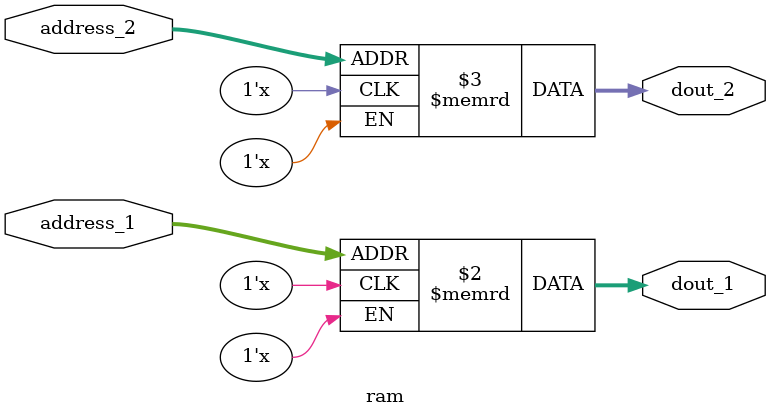
<source format=v>
`timescale 1ns/1ns

module ram(
	input wire [4:0] address_1,
	input wire [4:0] address_2,
	output reg [31:0] dout_1,
	output reg [31:0] dout_2
);

reg [31:0] mem [0:15];

always @* begin
	dout_1 = mem[address_1];
	dout_2 = mem[address_2];
end


endmodule


</source>
